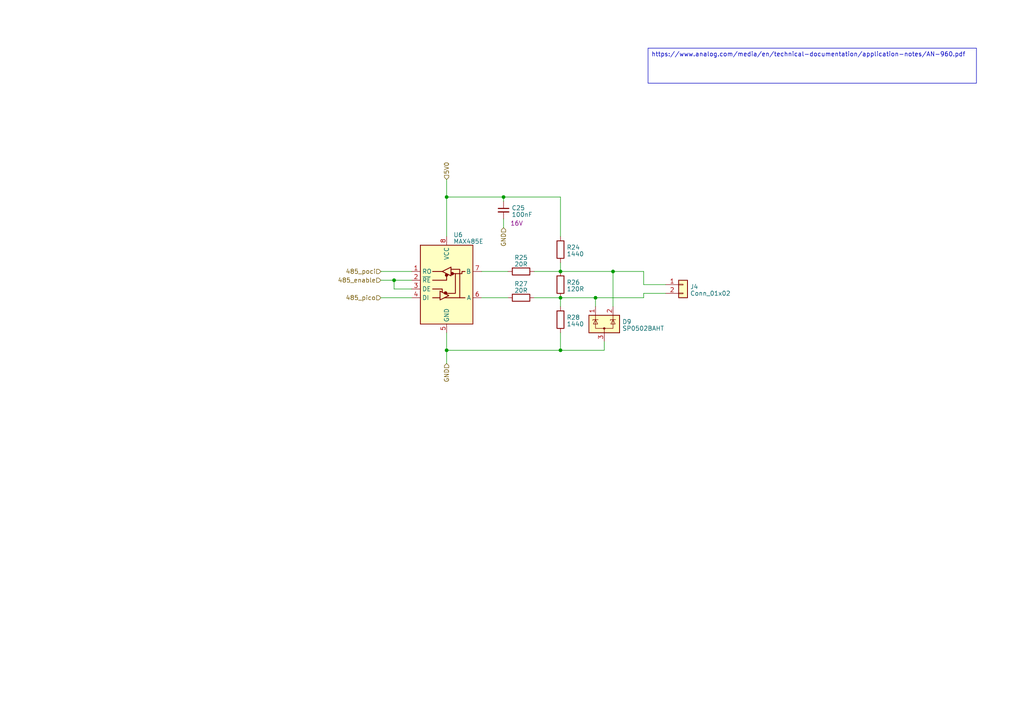
<source format=kicad_sch>
(kicad_sch (version 20230121) (generator eeschema)
  (paper "A4")
  (lib_symbols
    (symbol "Connector_Generic:Conn_01x02" (pin_names (offset 1.016) hide)
      (property "Reference" "J" (at 0 2.54 0))
      (property "Value" "Conn_01x02" (at 0 -5.08 0))
      (symbol "Conn_01x02_1_1"
        (rectangle (start -1.27 -2.413) (end 0 -2.667) (stroke (width 0.1524)))
        (rectangle (start -1.27 0.127) (end 0 -0.127) (stroke (width 0.1524)))
        (rectangle (start -1.27 1.27) (end 1.27 -3.81) (stroke (width 0.254)) (fill (type background)))
        (pin passive line (at -5.08 0 0) (length 3.81) (name "Pin_1") (number "1"))
        (pin passive line (at -5.08 -2.54 0) (length 3.81) (name "Pin_2") (number "2"))
      )
    )
    (symbol "Device:C_Small" (pin_numbers hide) (pin_names (offset 0.254) hide)
      (property "Reference" "C" (at 0.254 1.778 0))
      (property "Value" "C_Small" (at 0.254 -2.032 0))
      (symbol "C_Small_0_1"
        (polyline (pts (xy -1.524 -0.508) (xy 1.524 -0.508)) (stroke (width 0.3302)))
        (polyline (pts (xy -1.524 0.508) (xy 1.524 0.508)) (stroke (width 0.3048)))
      )
      (symbol "C_Small_1_1"
        (pin passive line (at 0 2.54 270) (length 2.032) (name "~") (number "1"))
        (pin passive line (at 0 -2.54 90) (length 2.032) (name "~") (number "2"))
      )
    )
    (symbol "Device:R" (pin_numbers hide) (pin_names (offset 0))
      (property "Reference" "R" (at 2.032 0 90))
      (property "Value" "R" (at 0 0 90))
      (symbol "R_0_1"
        (rectangle (start -1.016 -2.54) (end 1.016 2.54) (stroke (width 0.254)))
      )
      (symbol "R_1_1"
        (pin passive line (at 0 3.81 270) (length 1.27) (name "~") (number "1"))
        (pin passive line (at 0 -3.81 90) (length 1.27) (name "~") (number "2"))
      )
    )
    (symbol "Interface_UART:MAX485E"
      (property "Reference" "U" (at -6.096 11.43 0))
      (property "Value" "MAX485E" (at 0.762 11.43 0))
      (symbol "MAX485E_0_1"
        (rectangle (start -7.62 10.16) (end 7.62 -12.7) (stroke (width 0.254)) (fill (type background)))
        (circle (center -0.3048 -3.683) (radius 0.3556) (stroke (width 0.254)) (fill (type outline)))
        (circle (center -0.0254 1.4986) (radius 0.3556) (stroke (width 0.254)) (fill (type outline)))
        (polyline (pts (xy -4.064 -5.08) (xy -1.905 -5.08)) (stroke (width 0.254)))
        (polyline (pts (xy -4.064 2.54) (xy -1.27 2.54)) (stroke (width 0.254)))
        (polyline (pts (xy -1.27 -3.2004) (xy -1.27 -3.4544)) (stroke (width 0.254)))
        (polyline (pts (xy -0.635 -5.08) (xy 5.334 -5.08)) (stroke (width 0.254)))
        (polyline (pts (xy -4.064 -2.54) (xy -1.27 -2.54) (xy -1.27 -3.175)) (stroke (width 0.254)))
        (polyline (pts (xy 0 1.27) (xy 0 0) (xy -4.064 0)) (stroke (width 0.254)))
        (polyline (pts (xy 1.27 3.175) (xy 3.81 3.175) (xy 3.81 -5.08)) (stroke (width 0.254)))
        (polyline (pts (xy 2.54 1.905) (xy 2.54 -3.81) (xy 0 -3.81)) (stroke (width 0.254)))
        (polyline (pts (xy -1.905 -3.175) (xy -1.905 -5.715) (xy 0.635 -4.445) (xy -1.905 -3.175)) (stroke (width 0.254)))
        (polyline (pts (xy -1.27 2.54) (xy 1.27 3.81) (xy 1.27 1.27) (xy -1.27 2.54)) (stroke (width 0.254)))
        (polyline (pts (xy 1.905 1.905) (xy 4.445 1.905) (xy 4.445 2.54) (xy 5.334 2.54)) (stroke (width 0.254)))
        (rectangle (start 1.27 3.175) (end 1.27 3.175))
        (circle (center 1.651 1.905) (radius 0.3556) (stroke (width 0.254)) (fill (type outline)))
      )
      (symbol "MAX485E_1_1"
        (pin output line (at -10.16 2.54 0) (length 2.54) (name "RO") (number "1"))
        (pin input line (at -10.16 0 0) (length 2.54) (name "~{RE}") (number "2"))
        (pin input line (at -10.16 -2.54 0) (length 2.54) (name "DE") (number "3"))
        (pin input line (at -10.16 -5.08 0) (length 2.54) (name "DI") (number "4"))
        (pin power_in line (at 0 -15.24 90) (length 2.54) (name "GND") (number "5"))
        (pin bidirectional line (at 10.16 -5.08 180) (length 2.54) (name "A") (number "6"))
        (pin bidirectional line (at 10.16 2.54 180) (length 2.54) (name "B") (number "7"))
        (pin power_in line (at 0 12.7 270) (length 2.54) (name "VCC") (number "8"))
      )
    )
    (symbol "Power_Protection:SP0502BAHT" (pin_names hide)
      (property "Reference" "D" (at 5.715 2.54 0))
      (property "Value" "SP0502BAHT" (at 5.715 0.635 0))
      (symbol "SP0502BAHT_0_0"
        (pin passive line (at 0 -5.08 90) (length 2.54) (name "A") (number "3"))
      )
      (symbol "SP0502BAHT_0_1"
        (rectangle (start -4.445 2.54) (end 4.445 -2.54) (stroke (width 0.254)) (fill (type background)))
        (circle (center 0 -1.27) (radius 0.254) (fill (type outline)))
        (polyline (pts (xy -2.54 2.54) (xy -2.54 1.27)))
        (polyline (pts (xy 0 -1.27) (xy 0 -2.54)))
        (polyline (pts (xy 2.54 2.54) (xy 2.54 1.27)))
        (polyline (pts (xy -3.302 1.016) (xy -3.302 1.27) (xy -1.905 1.27) (xy -1.778 1.27)))
        (polyline (pts (xy -2.54 1.27) (xy -2.54 -1.27) (xy 2.54 -1.27) (xy 2.54 1.27)))
        (polyline (pts (xy -2.54 1.27) (xy -1.905 0) (xy -3.175 0) (xy -2.54 1.27)))
        (polyline (pts (xy 1.778 1.016) (xy 1.778 1.27) (xy 3.175 1.27) (xy 3.302 1.27)))
        (polyline (pts (xy 2.54 1.27) (xy 1.905 0) (xy 3.175 0) (xy 2.54 1.27)))
      )
      (symbol "SP0502BAHT_1_1"
        (pin passive line (at -2.54 5.08 270) (length 2.54) (name "K") (number "1"))
        (pin passive line (at 2.54 5.08 270) (length 2.54) (name "K") (number "2"))
      )
    )
  )
  (junction (at 146.05 57.15))
  (junction (at 129.54 101.6))
  (junction (at 129.54 57.15))
  (junction (at 162.56 78.74))
  (junction (at 162.56 101.6))
  (junction (at 172.72 86.36))
  (junction (at 177.8 78.74))
  (junction (at 162.56 86.36))
  (junction (at 114.3 81.28))
  (wire (pts (xy 162.56 96.52) (xy 162.56 101.6)))
  (wire (pts (xy 114.3 81.28) (xy 119.38 81.28)))
  (wire (pts (xy 110.49 81.28) (xy 114.3 81.28)))
  (wire (pts (xy 186.69 85.09) (xy 186.69 86.36)))
  (wire (pts (xy 162.56 86.36) (xy 172.72 86.36)))
  (wire (pts (xy 129.54 96.52) (xy 129.54 101.6)))
  (wire (pts (xy 129.54 52.07) (xy 129.54 57.15)))
  (wire (pts (xy 186.69 86.36) (xy 172.72 86.36)))
  (wire (pts (xy 110.49 86.36) (xy 119.38 86.36)))
  (wire (pts (xy 175.26 99.06) (xy 175.26 101.6)))
  (wire (pts (xy 193.04 82.55) (xy 186.69 82.55)))
  (wire (pts (xy 162.56 101.6) (xy 129.54 101.6)))
  (wire (pts (xy 172.72 86.36) (xy 172.72 88.9)))
  (wire (pts (xy 177.8 78.74) (xy 186.69 78.74)))
  (wire (pts (xy 193.04 85.09) (xy 186.69 85.09)))
  (wire (pts (xy 129.54 57.15) (xy 129.54 68.58)))
  (wire (pts (xy 162.56 86.36) (xy 162.56 88.9)))
  (wire (pts (xy 146.05 57.15) (xy 146.05 58.42)))
  (wire (pts (xy 162.56 57.15) (xy 162.56 68.58)))
  (wire (pts (xy 162.56 78.74) (xy 177.8 78.74)))
  (wire (pts (xy 177.8 78.74) (xy 177.8 88.9)))
  (wire (pts (xy 186.69 82.55) (xy 186.69 78.74)))
  (wire (pts (xy 162.56 57.15) (xy 146.05 57.15)))
  (wire (pts (xy 175.26 101.6) (xy 162.56 101.6)))
  (wire (pts (xy 129.54 101.6) (xy 129.54 105.41)))
  (wire (pts (xy 110.49 78.74) (xy 119.38 78.74)))
  (wire (pts (xy 139.7 78.74) (xy 147.32 78.74)))
  (wire (pts (xy 129.54 57.15) (xy 146.05 57.15)))
  (wire (pts (xy 146.05 66.04) (xy 146.05 63.5)))
  (wire (pts (xy 154.94 78.74) (xy 162.56 78.74)))
  (wire (pts (xy 139.7 86.36) (xy 147.32 86.36)))
  (wire (pts (xy 114.3 83.82) (xy 114.3 81.28)))
  (wire (pts (xy 162.56 76.2) (xy 162.56 78.74)))
  (wire (pts (xy 119.38 83.82) (xy 114.3 83.82)))
  (wire (pts (xy 154.94 86.36) (xy 162.56 86.36)))
  (text_box "https://www.analog.com/media/en/technical-documentation/application-notes/AN-960.pdf\n" (at 187.96 13.97 0) (size 95.25 10.16) (effects (font (size 1.27 1.27)) (justify left top)))
  (hierarchical_label "485_pico" (shape input) (at 110.49 86.36 180))
  (hierarchical_label "485_poci" (shape input) (at 110.49 78.74 180))
  (hierarchical_label "5V0" (shape input) (at 129.54 52.07 90))
  (hierarchical_label "GND" (shape input) (at 129.54 105.41 270))
  (hierarchical_label "GND" (shape input) (at 146.05 66.04 270))
  (hierarchical_label "485_enable" (shape input) (at 110.49 81.28 180))
  (symbol (lib_id "Device:R") (at 162.56 92.71 180) (unit 1)
    (property "Reference" "R28" (at 164.338 92.0663 0) (effects (justify right)))
    (property "Value" "1440" (at 164.338 93.9873 0) (effects (justify right)))
    (property "Footprint" "Resistor_SMD:R_0805_2012Metric_Pad1.20x1.40mm_HandSolder" (effects hide))
  )
  (symbol (lib_id "Device:C_Small") (at 146.05 60.96 0) (unit 1)
    (property "Reference" "C25" (at 148.3741 60.3226 0) (effects (justify left)))
    (property "Value" "100nF" (at 148.3741 62.2436 0) (effects (justify left)))
    (property "Footprint" "Capacitor_SMD:C_0603_1608Metric_Pad1.08x0.95mm_HandSolder" (effects hide))
    (property "Voltage" "16V" (at 149.86 64.77 0))
  )
  (symbol (lib_id "Connector_Generic:Conn_01x02") (at 198.12 82.55 0) (unit 1)
    (property "Reference" "J4" (at 200.152 83.1763 0) (effects (justify left)))
    (property "Value" "Conn_01x02" (at 200.152 85.0973 0) (effects (justify left)))
    (property "Footprint" "Connector_Phoenix_MSTB:PhoenixContact_MSTBA_2,5_2-G-5,08_1x02_P5.08mm_Horizontal" (effects hide))
    (instances (project "rollo control" (path "" (reference "J4") (unit 1)) (path "" (reference "CON_1") (unit 1))))
  )
  (symbol (lib_id "Interface_UART:MAX485E") (at 129.54 81.28 0) (unit 1)
    (property "Reference" "U6" (at 131.4959 68.1101 0) (effects (justify left)))
    (property "Value" "MAX485E" (at 131.4959 70.0311 0) (effects (justify left)))
    (property "Footprint" "Package_SO:SOIC-8-1EP_3.9x4.9mm_P1.27mm_EP2.29x3mm" (effects hide))
    (property "Datasheet" "https://datasheets.maximintegrated.com/en/ds/MAX1487E-MAX491E.pdf" (effects hide))
  )
  (symbol (lib_id "Power_Protection:SP0502BAHT") (at 175.26 93.98 0) (unit 1)
    (property "Reference" "D9" (at 180.467 93.3363 0) (effects (justify left)))
    (property "Value" "SP0502BAHT" (at 180.467 95.2573 0) (effects (justify left)))
    (property "Footprint" "Package_TO_SOT_SMD:SOT-23" (effects hide))
    (property "Datasheet" "http://www.littelfuse.com/~/media/files/littelfuse/technical%20resources/documents/data%20sheets/sp05xxba.pdf" (effects hide))
  )
  (symbol (lib_id "Device:R") (at 162.56 72.39 180) (unit 1)
    (property "Reference" "R24" (at 164.338 71.7463 0) (effects (justify right)))
    (property "Value" "1440" (at 164.338 73.6673 0) (effects (justify right)))
    (property "Footprint" "Resistor_SMD:R_0805_2012Metric_Pad1.20x1.40mm_HandSolder" (effects hide))
  )
  (symbol (lib_id "Device:R") (at 151.13 86.36 90) (unit 1)
    (property "Reference" "R27" (at 151.13 82.3341 90))
    (property "Value" "20R" (at 151.13 84.2551 90))
    (property "Footprint" "Resistor_SMD:R_0805_2012Metric_Pad1.20x1.40mm_HandSolder" (effects hide))
  )
  (symbol (lib_id "Device:R") (at 151.13 78.74 90) (unit 1)
    (property "Reference" "R25" (at 151.13 74.7141 90))
    (property "Value" "20R" (at 151.13 76.6351 90))
    (property "Footprint" "Resistor_SMD:R_0805_2012Metric_Pad1.20x1.40mm_HandSolder" (effects hide))
  )
  (symbol (lib_id "Device:R") (at 162.56 82.55 180) (unit 1)
    (property "Reference" "R26" (at 164.338 81.9063 0) (effects (justify right)))
    (property "Value" "120R" (at 164.338 83.8273 0) (effects (justify right)))
    (property "Footprint" "Resistor_SMD:R_0805_2012Metric_Pad1.20x1.40mm_HandSolder" (effects hide))
  )
)
</source>
